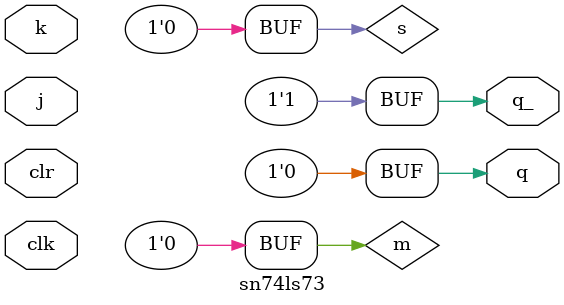
<source format=v>
module sn74ls73(q, q_, j, k, clk, clr);
input j, k, clk, clr;
output q, q_;
reg m, s;
parameter
	// TI TTL data book Vol 1, 1985
	tPLH_min=0, tPLH_typ=15, tPLH_max=20,
	tPHL_min=0, tPHL_typ=15, tPHL_max=20;
	

always @(clr==0)
begin
	m <= 0;
	s <= 0;
end

always @(posedge clk)
begin
	if (clr==1) begin
		m <= (j==0 && k==0) ? s :
			 (j==1 && k==0) ? 'b1 :
			 (j==0 && k==1) ? 'b0 : ~s;
	end
end

always @(negedge clk)
begin
	s <= m;
end

assign #(tPLH_min:tPLH_typ:tPLH_max,
		 tPHL_min:tPHL_typ:tPHL_max)
	q  = s;
assign #(tPLH_min:tPLH_typ:tPLH_max,
		 tPHL_min:tPHL_typ:tPHL_max)
	q_ = ~s; 

endmodule

</source>
